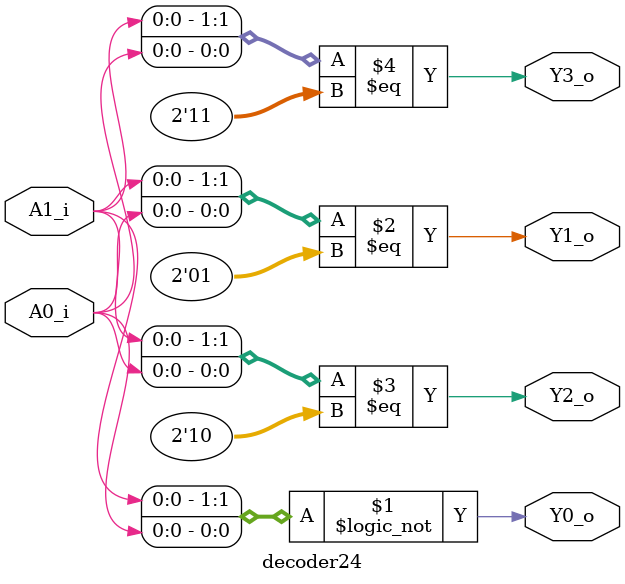
<source format=v>
module decoder24 (
    input A0_i, A1_i,
    output Y0_o, Y1_o, Y2_o, Y3_o
);

    assign Y0_o = ({A1_i, A0_i} == 2'b00);
    assign Y1_o = ({A1_i, A0_i} == 2'b01);
    assign Y2_o = ({A1_i, A0_i} == 2'b10);
    assign Y3_o = ({A1_i, A0_i} == 2'b11);
    
endmodule
</source>
